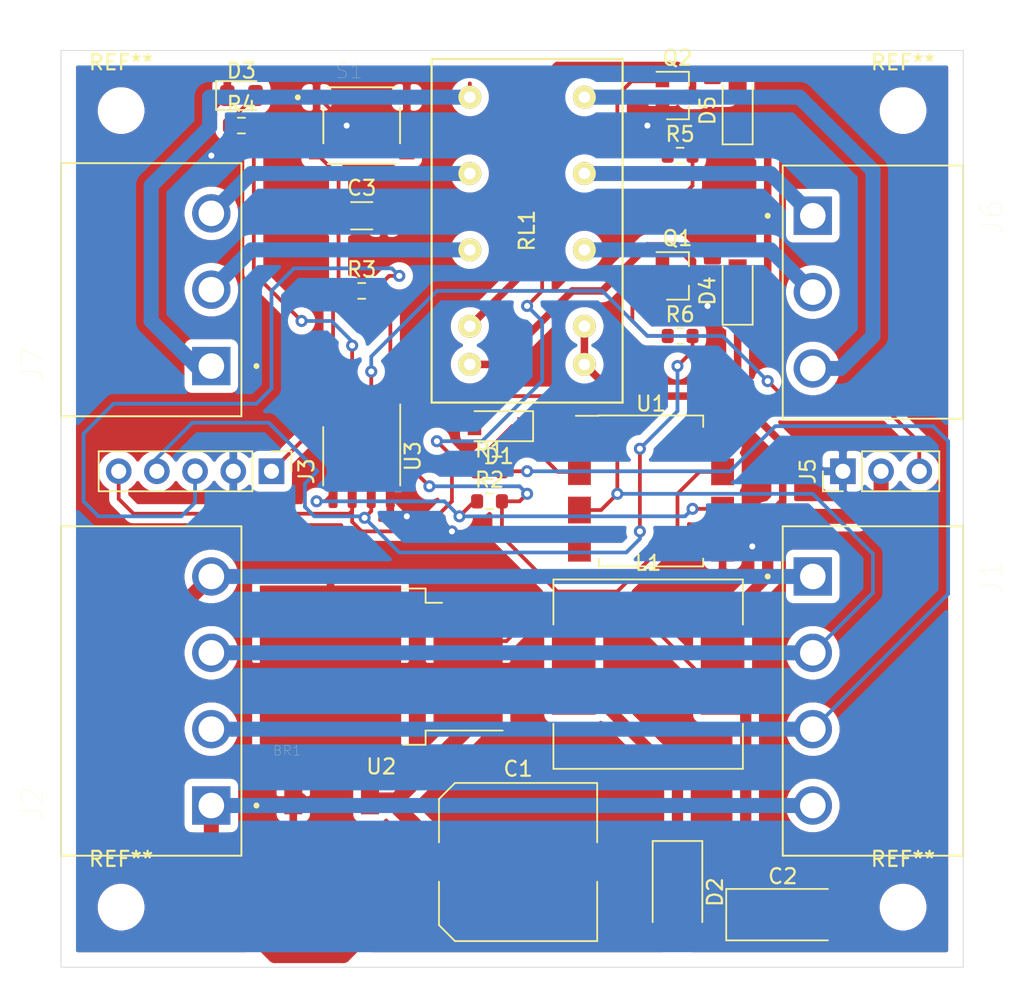
<source format=kicad_pcb>
(kicad_pcb (version 20171130) (host pcbnew 5.1.10-88a1d61d58~88~ubuntu20.10.1)
  (layers (0 F.Cu signal) (31 B.Cu signal) (34 B.Paste user) (35 F.Paste user) (36 B.SilkS user) (37 F.SilkS user) (38 B.Mask user) (39 F.Mask user) (44 Edge.Cuts user))
  (net 0 "")
  (net 1 GND)
  (net 2 "Net-(D3-Pad2)")
  (net 3 "Net-(D5-Pad2)")
  (net 4 "Net-(J5-Pad3)")
  (net 5 "Net-(R4-Pad2)")
  (net 6 "Net-(D4-Pad2)")
  (net 7 "Net-(D2-Pad1)")
  (net 8 "Net-(R2-Pad1)")
  (net 9 "Net-(BR1-Pad+)")
  (net 10 "Net-(D1-Pad1)")
  (net 11 "Net-(J6-Pad1)")
  (net 12 "Net-(J6-Pad2)")
  (net 13 "Net-(J6-Pad3)")
  (net 14 "Net-(Q1-Pad1)")
  (net 15 "Net-(Q2-Pad1)")
  (net 16 /Vdd)
  (net 17 /Vpp)
  (net 18 /Clk)
  (net 19 /Data)
  (net 20 /AC1)
  (net 21 /AC2)
  (net 22 /DCC1)
  (net 23 /DCC2)
  (net 24 "Net-(J7-Pad3)")
  (net 25 "Net-(J7-Pad2)")
  (net 26 "Net-(J7-Pad1)")
  (module Inductor_SMD:L_12x12mm_H8mm (layer F.Cu) (at 109.05 81.5)
    (fp_text reference L1 (at 0 -7.4) (layer F.SilkS))
    (fp_text value 33uH)
    (fp_line (start 6.3 3.3) (end 6.3 6.3) (layer F.SilkS) (width 0.12))
    (fp_line (start 6.3 6.3) (end -6.3 6.3) (layer F.SilkS) (width 0.12))
    (fp_line (start -6.3 6.3) (end -6.3 3.3) (layer F.SilkS) (width 0.12))
    (fp_line (start -6.3 -3.3) (end -6.3 -6.3) (layer F.SilkS) (width 0.12))
    (fp_line (start -6.3 -6.3) (end 6.3 -6.3) (layer F.SilkS) (width 0.12))
    (fp_line (start 6.3 -6.3) (end 6.3 -3.3) (layer F.SilkS) (width 0.12))
    (pad 2 smd rect (at 4.95 0) (size 2.9 5.4) (layers F.Cu F.Paste F.Mask) (net 16 /Vdd))
    (pad 1 smd rect (at -4.95 0) (size 2.9 5.4) (layers F.Cu F.Paste F.Mask) (net 7 "Net-(D2-Pad1)"))
  )
  (module MountingHole:MountingHole_2.1mm (layer F.Cu) (at 126 97)
    (fp_text reference REF** (at 0 -3.2) (layer F.SilkS))
    (fp_text value MountingHole_2.1mm)
    (pad "" np_thru_hole circle (at 0 0) (size 2.1 2.1) (drill 2.1) (layers *.Cu *.Mask))
  )
  (module MountingHole:MountingHole_2.1mm (layer F.Cu) (at 74 97)
    (fp_text reference REF** (at 0 -3.2) (layer F.SilkS))
    (fp_text value MountingHole_2.1mm)
    (pad "" np_thru_hole circle (at 0 0) (size 2.1 2.1) (drill 2.1) (layers *.Cu *.Mask))
  )
  (module MountingHole:MountingHole_2.1mm (layer F.Cu) (at 126 44)
    (fp_text reference REF** (at 0 -3.2) (layer F.SilkS))
    (fp_text value MountingHole_2.1mm)
    (pad "" np_thru_hole circle (at 0 0) (size 2.1 2.1) (drill 2.1) (layers *.Cu *.Mask))
  )
  (module MountingHole:MountingHole_2.1mm (layer F.Cu) (at 74 44)
    (fp_text reference REF** (at 0 -3.2) (layer F.SilkS))
    (fp_text value MountingHole_2.1mm)
    (pad "" np_thru_hole circle (at 0 0) (size 2.1 2.1) (drill 2.1) (layers *.Cu *.Mask))
  )
  (module TS-1187A-B-A-B:SW_TS-1187A-B-A-B (layer F.Cu) (at 90 45)
    (fp_text reference S1 (at -0.825 -3.635) (layer F.SilkS) (effects (font (thickness 0.015))))
    (fp_text value TS-1187A-B-A-B)
    (fp_line (start 2.25 2.55) (end -2.25 2.55) (layer F.SilkS) (width 0.127))
    (fp_line (start 2.25 -2.55) (end -2.25 -2.55) (layer F.SilkS) (width 0.127))
    (fp_circle (center -4.25 -1.875) (end -4.15 -1.875) (layer F.SilkS) (width 0.2))
    (fp_line (start -2.55 -1.18) (end -2.55 1.18) (layer F.SilkS) (width 0.127))
    (fp_line (start 2.55 1.18) (end 2.55 -1.18) (layer F.SilkS) (width 0.127))
    (pad D smd rect (at 3 1.875) (size 1 0.75) (layers F.Cu F.Paste F.Mask) (net 17 /Vpp))
    (pad C smd rect (at -3 1.875) (size 1 0.75) (layers F.Cu F.Paste F.Mask) (net 17 /Vpp))
    (pad B smd rect (at 3 -1.875) (size 1 0.75) (layers F.Cu F.Paste F.Mask) (net 1 GND))
    (pad A smd rect (at -3 -1.875) (size 1 0.75) (layers F.Cu F.Paste F.Mask) (net 1 GND))
  )
  (module TBP01R1-508-03BE:CUI_TBP01R1-508-03BE (layer F.Cu) (at 80 61 90)
    (fp_text reference J7 (at 0.105 -11.889 90) (layer F.SilkS) (effects (font (size 1.4 1.4) (thickness 0.015))))
    (fp_text value TBP01R1-508-03BE)
    (fp_line (start -3.34 2) (end -3.34 -10) (layer F.SilkS) (width 0.127))
    (fp_line (start 13.5 -10) (end 13.5 2) (layer F.SilkS) (width 0.127))
    (fp_line (start -3.34 -10) (end 13.5 -10) (layer F.SilkS) (width 0.127))
    (fp_line (start 13.5 2) (end -3.34 2) (layer F.SilkS) (width 0.127))
    (fp_circle (center 0 3) (end 0.1 3) (layer F.SilkS) (width 0.2))
    (pad 3 thru_hole circle (at 10.16 0 90) (size 2.55 2.55) (drill 1.7) (layers *.Cu *.Mask) (net 24 "Net-(J7-Pad3)"))
    (pad 2 thru_hole circle (at 5.08 0 90) (size 2.55 2.55) (drill 1.7) (layers *.Cu *.Mask) (net 25 "Net-(J7-Pad2)"))
    (pad 1 thru_hole rect (at 0 0 90) (size 2.55 2.55) (drill 1.7) (layers *.Cu *.Mask) (net 26 "Net-(J7-Pad1)"))
  )
  (module TBP01R1-508-03BE:CUI_TBP01R1-508-03BE (layer F.Cu) (at 120 51 270)
    (fp_text reference J6 (at 0.105 -11.889 90) (layer F.SilkS) (effects (font (size 1.4 1.4) (thickness 0.015))))
    (fp_text value TBP01R1-508-03BE)
    (fp_line (start -3.34 2) (end -3.34 -10) (layer F.SilkS) (width 0.127))
    (fp_line (start 13.5 -10) (end 13.5 2) (layer F.SilkS) (width 0.127))
    (fp_line (start -3.34 -10) (end 13.5 -10) (layer F.SilkS) (width 0.127))
    (fp_line (start 13.5 2) (end -3.34 2) (layer F.SilkS) (width 0.127))
    (fp_circle (center 0 3) (end 0.1 3) (layer F.SilkS) (width 0.2))
    (pad 3 thru_hole circle (at 10.16 0 270) (size 2.55 2.55) (drill 1.7) (layers *.Cu *.Mask) (net 13 "Net-(J6-Pad3)"))
    (pad 2 thru_hole circle (at 5.08 0 270) (size 2.55 2.55) (drill 1.7) (layers *.Cu *.Mask) (net 12 "Net-(J6-Pad2)"))
    (pad 1 thru_hole rect (at 0 0 270) (size 2.55 2.55) (drill 1.7) (layers *.Cu *.Mask) (net 11 "Net-(J6-Pad1)"))
  )
  (module TBP01R1-508-04BE:CUI_TBP01R1-508-04BE (layer F.Cu) (at 80 90.24 90)
    (fp_text reference J2 (at 0.105 -11.889 90) (layer F.SilkS) (effects (font (size 1.4 1.4) (thickness 0.015))))
    (fp_text value TBP01R1-508-04BE)
    (fp_line (start -3.34 2) (end -3.34 -10) (layer F.SilkS) (width 0.127))
    (fp_line (start 18.58 -10) (end 18.58 2) (layer F.SilkS) (width 0.127))
    (fp_line (start -3.34 -10) (end 18.58 -10) (layer F.SilkS) (width 0.127))
    (fp_line (start 18.58 2) (end -3.34 2) (layer F.SilkS) (width 0.127))
    (fp_circle (center 0 3) (end 0.1 3) (layer F.SilkS) (width 0.2))
    (pad 4 thru_hole circle (at 15.24 0 90) (size 2.55 2.55) (drill 1.7) (layers *.Cu *.Mask) (net 20 /AC1))
    (pad 3 thru_hole circle (at 10.16 0 90) (size 2.55 2.55) (drill 1.7) (layers *.Cu *.Mask) (net 22 /DCC1))
    (pad 2 thru_hole circle (at 5.08 0 90) (size 2.55 2.55) (drill 1.7) (layers *.Cu *.Mask) (net 23 /DCC2))
    (pad 1 thru_hole rect (at 0 0 90) (size 2.55 2.55) (drill 1.7) (layers *.Cu *.Mask) (net 21 /AC2))
  )
  (module TBP01R1-508-04BE:CUI_TBP01R1-508-04BE (layer F.Cu) (at 120 75 270)
    (fp_text reference J1 (at 0.105 -11.889 90) (layer F.SilkS) (effects (font (size 1.4 1.4) (thickness 0.015))))
    (fp_text value TBP01R1-508-04BE)
    (fp_line (start -3.34 2) (end -3.34 -10) (layer F.SilkS) (width 0.127))
    (fp_line (start 18.58 -10) (end 18.58 2) (layer F.SilkS) (width 0.127))
    (fp_line (start -3.34 -10) (end 18.58 -10) (layer F.SilkS) (width 0.127))
    (fp_line (start 18.58 2) (end -3.34 2) (layer F.SilkS) (width 0.127))
    (fp_circle (center 0 3) (end 0.1 3) (layer F.SilkS) (width 0.2))
    (pad 4 thru_hole circle (at 15.24 0 270) (size 2.55 2.55) (drill 1.7) (layers *.Cu *.Mask) (net 21 /AC2))
    (pad 3 thru_hole circle (at 10.16 0 270) (size 2.55 2.55) (drill 1.7) (layers *.Cu *.Mask) (net 23 /DCC2))
    (pad 2 thru_hole circle (at 5.08 0 270) (size 2.55 2.55) (drill 1.7) (layers *.Cu *.Mask) (net 22 /DCC1))
    (pad 1 thru_hole rect (at 0 0 270) (size 2.55 2.55) (drill 1.7) (layers *.Cu *.Mask) (net 20 /AC1))
  )
  (module DB107S:DIOB_DB107S (layer F.Cu) (at 88 94)
    (fp_text reference BR1 (at -2.96954 -7.41023) (layer F.SilkS) (effects (font (size 0.640331 0.640331) (thickness 0.015))))
    (fp_text value DB107S)
    (pad ~ smd rect (at 2.54959 4.12442) (size 1.2 1.9) (layers F.Cu F.Paste F.Mask) (net 20 /AC1))
    (pad ~. smd rect (at -2.55041 4.12442) (size 1.2 1.9) (layers F.Cu F.Paste F.Mask) (net 21 /AC2))
    (pad + smd rect (at 2.54959 -4.12558) (size 1.2 1.9) (layers F.Cu F.Paste F.Mask) (net 9 "Net-(BR1-Pad+)"))
    (pad - smd rect (at -2.55041 -4.12558) (size 1.2 1.9) (layers F.Cu F.Paste F.Mask) (net 1 GND))
  )
  (module Package_SO:SOIC-8-1EP_3.9x4.9mm_P1.27mm_EP2.514x3.2mm (layer F.Cu) (at 90 67 270)
    (fp_text reference U3 (at 0 -3.4 90) (layer F.SilkS))
    (fp_text value PIC16F18313-I/SN)
    (fp_line (start 0 2.56) (end 1.95 2.56) (layer F.SilkS) (width 0.12))
    (fp_line (start 0 2.56) (end -1.95 2.56) (layer F.SilkS) (width 0.12))
    (fp_line (start 0 -2.56) (end 1.95 -2.56) (layer F.SilkS) (width 0.12))
    (fp_line (start 0 -2.56) (end -3.45 -2.56) (layer F.SilkS) (width 0.12))
    (pad 9 smd rect (at 0 0 270) (size 2.514 3.2) (layers F.Cu F.Mask))
    (pad 8 smd roundrect (at 2.6375 -1.905 270) (size 1.625 0.6) (layers F.Cu F.Paste F.Mask) (net 1 GND))
    (pad 7 smd roundrect (at 2.6375 -0.635 270) (size 1.625 0.6) (layers F.Cu F.Paste F.Mask) (net 19 /Data))
    (pad 6 smd roundrect (at 2.6375 0.635 270) (size 1.625 0.6) (layers F.Cu F.Paste F.Mask) (net 18 /Clk))
    (pad 5 smd roundrect (at 2.6375 1.905 270) (size 1.625 0.6) (layers F.Cu F.Paste F.Mask) (net 8 "Net-(R2-Pad1)"))
    (pad 4 smd roundrect (at -2.6375 1.905 270) (size 1.625 0.6) (layers F.Cu F.Paste F.Mask) (net 17 /Vpp))
    (pad 3 smd roundrect (at -2.6375 0.635 270) (size 1.625 0.6) (layers F.Cu F.Paste F.Mask) (net 5 "Net-(R4-Pad2)"))
    (pad 2 smd roundrect (at -2.6375 -0.635 270) (size 1.625 0.6) (layers F.Cu F.Paste F.Mask) (net 4 "Net-(J5-Pad3)"))
    (pad 1 smd roundrect (at -2.6375 -1.905 270) (size 1.625 0.6) (layers F.Cu F.Paste F.Mask) (net 16 /Vdd))
  )
  (module Connector_PinHeader_2.54mm:PinHeader_1x05_P2.54mm_Vertical (layer F.Cu) (at 84 68 270)
    (fp_text reference J3 (at 0 -2.33 90) (layer F.SilkS))
    (fp_text value Conn_01x05_Male)
    (fp_line (start -1.33 -1.33) (end 0 -1.33) (layer F.SilkS) (width 0.12))
    (fp_line (start -1.33 0) (end -1.33 -1.33) (layer F.SilkS) (width 0.12))
    (fp_line (start -1.33 1.27) (end 1.33 1.27) (layer F.SilkS) (width 0.12))
    (fp_line (start 1.33 1.27) (end 1.33 11.49) (layer F.SilkS) (width 0.12))
    (fp_line (start -1.33 1.27) (end -1.33 11.49) (layer F.SilkS) (width 0.12))
    (fp_line (start -1.33 11.49) (end 1.33 11.49) (layer F.SilkS) (width 0.12))
    (pad 5 thru_hole oval (at 0 10.16 270) (size 1.7 1.7) (drill 1) (layers *.Cu *.Mask) (net 18 /Clk))
    (pad 4 thru_hole oval (at 0 7.62 270) (size 1.7 1.7) (drill 1) (layers *.Cu *.Mask) (net 19 /Data))
    (pad 3 thru_hole oval (at 0 5.08 270) (size 1.7 1.7) (drill 1) (layers *.Cu *.Mask) (net 16 /Vdd))
    (pad 2 thru_hole oval (at 0 2.54 270) (size 1.7 1.7) (drill 1) (layers *.Cu *.Mask) (net 1 GND))
    (pad 1 thru_hole rect (at 0 0 270) (size 1.7 1.7) (drill 1) (layers *.Cu *.Mask) (net 17 /Vpp))
  )
  (module Capacitor_SMD:C_1206_3216Metric (layer F.Cu) (at 90 51)
    (fp_text reference C3 (at 0 -1.85) (layer F.SilkS))
    (fp_text value 100nF)
    (fp_line (start -0.711252 0.91) (end 0.711252 0.91) (layer F.SilkS) (width 0.12))
    (fp_line (start -0.711252 -0.91) (end 0.711252 -0.91) (layer F.SilkS) (width 0.12))
    (pad 2 smd roundrect (at 1.475 0) (size 1.15 1.8) (layers F.Cu F.Paste F.Mask) (roundrect_rratio 0.2173904347826087) (net 1 GND))
    (pad 1 smd roundrect (at -1.475 0) (size 1.15 1.8) (layers F.Cu F.Paste F.Mask) (roundrect_rratio 0.2173904347826087) (net 17 /Vpp))
  )
  (module Capacitor_Tantalum_SMD:CP_EIA-6032-28_Kemet-C (layer F.Cu) (at 118 97.5)
    (fp_text reference C2 (at 0 -2.55) (layer F.SilkS))
    (fp_text value 47uF)
    (fp_line (start -3.76 1.71) (end 3 1.71) (layer F.SilkS) (width 0.12))
    (fp_line (start -3.76 -1.71) (end -3.76 1.71) (layer F.SilkS) (width 0.12))
    (fp_line (start 3 -1.71) (end -3.76 -1.71) (layer F.SilkS) (width 0.12))
    (pad 2 smd roundrect (at 2.4625 0) (size 2.075 2.35) (layers F.Cu F.Paste F.Mask) (roundrect_rratio 0.1204819277108434) (net 1 GND))
    (pad 1 smd roundrect (at -2.4625 0) (size 2.075 2.35) (layers F.Cu F.Paste F.Mask) (roundrect_rratio 0.1204819277108434) (net 16 /Vdd))
  )
  (module Capacitor_SMD:C_Elec_10x10.2 (layer F.Cu) (at 100.4 94)
    (fp_text reference C1 (at 0 -6.2) (layer F.SilkS))
    (fp_text value "470uF 35V")
    (fp_line (start -5.26 4.195563) (end -4.195563 5.26) (layer F.SilkS) (width 0.12))
    (fp_line (start -5.26 -4.195563) (end -4.195563 -5.26) (layer F.SilkS) (width 0.12))
    (fp_line (start -5.26 -4.195563) (end -5.26 -1.31) (layer F.SilkS) (width 0.12))
    (fp_line (start -5.26 4.195563) (end -5.26 1.31) (layer F.SilkS) (width 0.12))
    (fp_line (start -4.195563 5.26) (end 5.26 5.26) (layer F.SilkS) (width 0.12))
    (fp_line (start -4.195563 -5.26) (end 5.26 -5.26) (layer F.SilkS) (width 0.12))
    (fp_line (start 5.26 -5.26) (end 5.26 -1.31) (layer F.SilkS) (width 0.12))
    (fp_line (start 5.26 5.26) (end 5.26 1.31) (layer F.SilkS) (width 0.12))
    (pad 2 smd roundrect (at 4.4 0) (size 4.6 2.1) (layers F.Cu F.Paste F.Mask) (roundrect_rratio 0.119047619047619) (net 1 GND))
    (pad 1 smd roundrect (at -4.4 0) (size 4.6 2.1) (layers F.Cu F.Paste F.Mask) (roundrect_rratio 0.119047619047619) (net 9 "Net-(BR1-Pad+)"))
  )
  (module HFD2-L2:HFD2-L2 (layer F.Cu) (at 101 52 90)
    (fp_text reference RL1 (at 0.01 -0.01 90) (layer F.SilkS))
    (fp_text value HFD2-L2)
    (fp_line (start -11.43 6.35) (end -11.43 -6.35) (layer F.SilkS) (width 0.15))
    (fp_line (start 11.43 6.35) (end -11.43 6.35) (layer F.SilkS) (width 0.15))
    (fp_line (start 11.43 -6.35) (end 11.43 6.35) (layer F.SilkS) (width 0.15))
    (fp_line (start -11.43 -6.35) (end 11.43 -6.35) (layer F.SilkS) (width 0.15))
    (pad 1 thru_hole circle (at -8.89 3.81 90) (size 1.524 1.524) (drill 0.762) (layers *.Cu *.Mask F.SilkS) (net 16 /Vdd))
    (pad 2 thru_hole circle (at -6.35 3.81 90) (size 1.524 1.524) (drill 0.762) (layers *.Cu *.Mask F.SilkS) (net 16 /Vdd))
    (pad 4 thru_hole circle (at -1.27 3.81 90) (size 1.524 1.524) (drill 0.762) (layers *.Cu *.Mask F.SilkS) (net 12 "Net-(J6-Pad2)"))
    (pad 6 thru_hole circle (at 3.81 3.81 90) (size 1.524 1.524) (drill 0.762) (layers *.Cu *.Mask F.SilkS) (net 11 "Net-(J6-Pad1)"))
    (pad 8 thru_hole circle (at 8.89 3.81 90) (size 1.524 1.524) (drill 0.762) (layers *.Cu *.Mask F.SilkS) (net 13 "Net-(J6-Pad3)"))
    (pad 9 thru_hole circle (at 8.89 -3.81 90) (size 1.524 1.524) (drill 0.762) (layers *.Cu *.Mask F.SilkS) (net 26 "Net-(J7-Pad1)"))
    (pad 11 thru_hole circle (at 3.81 -3.81 90) (size 1.524 1.524) (drill 0.762) (layers *.Cu *.Mask F.SilkS) (net 24 "Net-(J7-Pad3)"))
    (pad 13 thru_hole circle (at -1.27 -3.81 90) (size 1.524 1.524) (drill 0.762) (layers *.Cu *.Mask F.SilkS) (net 25 "Net-(J7-Pad2)"))
    (pad 15 thru_hole circle (at -6.35 -3.81 90) (size 1.524 1.524) (drill 0.762) (layers *.Cu *.Mask F.SilkS) (net 3 "Net-(D5-Pad2)"))
    (pad 16 thru_hole circle (at -8.89 -3.81 90) (size 1.524 1.524) (drill 0.762) (layers *.Cu *.Mask F.SilkS) (net 6 "Net-(D4-Pad2)"))
  )
  (module Diode_SMD:D_SMA (layer F.Cu) (at 111 96 270)
    (fp_text reference D2 (at 0 -2.5 90) (layer F.SilkS))
    (fp_text value D_Schottky)
    (fp_line (start -3.4 -1.65) (end 2 -1.65) (layer F.SilkS) (width 0.12))
    (fp_line (start -3.4 1.65) (end 2 1.65) (layer F.SilkS) (width 0.12))
    (fp_line (start -3.4 -1.65) (end -3.4 1.65) (layer F.SilkS) (width 0.12))
    (pad 2 smd rect (at 2 0 270) (size 2.5 1.8) (layers F.Cu F.Paste F.Mask) (net 1 GND))
    (pad 1 smd rect (at -2 0 270) (size 2.5 1.8) (layers F.Cu F.Paste F.Mask) (net 7 "Net-(D2-Pad1)"))
  )
  (module Package_TO_SOT_SMD:SOT-23 (layer F.Cu) (at 111 43)
    (fp_text reference Q2 (at 0 -2.5) (layer F.SilkS))
    (fp_text value BC847)
    (fp_line (start 0.76 1.58) (end -0.7 1.58) (layer F.SilkS) (width 0.12))
    (fp_line (start 0.76 -1.58) (end -1.4 -1.58) (layer F.SilkS) (width 0.12))
    (fp_line (start 0.76 -1.58) (end 0.76 -0.65) (layer F.SilkS) (width 0.12))
    (fp_line (start 0.76 1.58) (end 0.76 0.65) (layer F.SilkS) (width 0.12))
    (pad 3 smd rect (at 1 0) (size 0.9 0.8) (layers F.Cu F.Paste F.Mask) (net 3 "Net-(D5-Pad2)"))
    (pad 2 smd rect (at -1 0.95) (size 0.9 0.8) (layers F.Cu F.Paste F.Mask) (net 1 GND))
    (pad 1 smd rect (at -1 -0.95) (size 0.9 0.8) (layers F.Cu F.Paste F.Mask) (net 15 "Net-(Q2-Pad1)"))
  )
  (module Package_TO_SOT_SMD:SOT-23 (layer F.Cu) (at 111 55)
    (fp_text reference Q1 (at 0 -2.5) (layer F.SilkS))
    (fp_text value BC847)
    (fp_line (start 0.76 1.58) (end -0.7 1.58) (layer F.SilkS) (width 0.12))
    (fp_line (start 0.76 -1.58) (end -1.4 -1.58) (layer F.SilkS) (width 0.12))
    (fp_line (start 0.76 -1.58) (end 0.76 -0.65) (layer F.SilkS) (width 0.12))
    (fp_line (start 0.76 1.58) (end 0.76 0.65) (layer F.SilkS) (width 0.12))
    (pad 3 smd rect (at 1 0) (size 0.9 0.8) (layers F.Cu F.Paste F.Mask) (net 6 "Net-(D4-Pad2)"))
    (pad 2 smd rect (at -1 0.95) (size 0.9 0.8) (layers F.Cu F.Paste F.Mask) (net 1 GND))
    (pad 1 smd rect (at -1 -0.95) (size 0.9 0.8) (layers F.Cu F.Paste F.Mask) (net 14 "Net-(Q1-Pad1)"))
  )
  (module LED_SMD:LED_0805_2012Metric (layer F.Cu) (at 82 43)
    (fp_text reference D3 (at 0 -1.65) (layer F.SilkS))
    (fp_text value LED)
    (fp_line (start -1.685 0.96) (end 1 0.96) (layer F.SilkS) (width 0.12))
    (fp_line (start -1.685 -0.96) (end -1.685 0.96) (layer F.SilkS) (width 0.12))
    (fp_line (start 1 -0.96) (end -1.685 -0.96) (layer F.SilkS) (width 0.12))
    (pad 2 smd roundrect (at 0.9375 0) (size 0.975 1.4) (layers F.Cu F.Paste F.Mask) (net 2 "Net-(D3-Pad2)"))
    (pad 1 smd roundrect (at -0.9375 0) (size 0.975 1.4) (layers F.Cu F.Paste F.Mask) (net 1 GND))
  )
  (module Resistor_SMD:R_0603_1608Metric (layer F.Cu) (at 111.175 59)
    (fp_text reference R6 (at 0 -1.43) (layer F.SilkS))
    (fp_text value 1K)
    (fp_line (start -0.237258 0.5225) (end 0.237258 0.5225) (layer F.SilkS) (width 0.12))
    (fp_line (start -0.237258 -0.5225) (end 0.237258 -0.5225) (layer F.SilkS) (width 0.12))
    (pad 2 smd roundrect (at 0.825 0) (size 0.8 0.95) (layers F.Cu F.Paste F.Mask) (net 19 /Data))
    (pad 1 smd roundrect (at -0.825 0) (size 0.8 0.95) (layers F.Cu F.Paste F.Mask) (net 14 "Net-(Q1-Pad1)"))
  )
  (module Resistor_SMD:R_0603_1608Metric (layer F.Cu) (at 111.175 47)
    (fp_text reference R5 (at 0 -1.43) (layer F.SilkS))
    (fp_text value 1K)
    (fp_line (start -0.237258 0.5225) (end 0.237258 0.5225) (layer F.SilkS) (width 0.12))
    (fp_line (start -0.237258 -0.5225) (end 0.237258 -0.5225) (layer F.SilkS) (width 0.12))
    (pad 2 smd roundrect (at 0.825 0) (size 0.8 0.95) (layers F.Cu F.Paste F.Mask) (net 18 /Clk))
    (pad 1 smd roundrect (at -0.825 0) (size 0.8 0.95) (layers F.Cu F.Paste F.Mask) (net 15 "Net-(Q2-Pad1)"))
  )
  (module Resistor_SMD:R_0603_1608Metric (layer F.Cu) (at 82 45)
    (fp_text reference R4 (at 0 -1.43) (layer F.SilkS))
    (fp_text value 560)
    (fp_line (start -0.237258 0.5225) (end 0.237258 0.5225) (layer F.SilkS) (width 0.12))
    (fp_line (start -0.237258 -0.5225) (end 0.237258 -0.5225) (layer F.SilkS) (width 0.12))
    (pad 2 smd roundrect (at 0.825 0) (size 0.8 0.95) (layers F.Cu F.Paste F.Mask) (net 5 "Net-(R4-Pad2)"))
    (pad 1 smd roundrect (at -0.825 0) (size 0.8 0.95) (layers F.Cu F.Paste F.Mask) (net 2 "Net-(D3-Pad2)"))
  )
  (module Resistor_SMD:R_0603_1608Metric (layer F.Cu) (at 90 56)
    (fp_text reference R3 (at 0 -1.43) (layer F.SilkS))
    (fp_text value 22K)
    (fp_line (start -0.237258 0.5225) (end 0.237258 0.5225) (layer F.SilkS) (width 0.12))
    (fp_line (start -0.237258 -0.5225) (end 0.237258 -0.5225) (layer F.SilkS) (width 0.12))
    (pad 2 smd roundrect (at 0.825 0) (size 0.8 0.95) (layers F.Cu F.Paste F.Mask) (net 16 /Vdd))
    (pad 1 smd roundrect (at -0.825 0) (size 0.8 0.95) (layers F.Cu F.Paste F.Mask) (net 17 /Vpp))
  )
  (module Resistor_SMD:R_0603_1608Metric (layer F.Cu) (at 98.5 70)
    (fp_text reference R2 (at 0 -1.43) (layer F.SilkS))
    (fp_text value 1K)
    (fp_line (start -0.237258 0.5225) (end 0.237258 0.5225) (layer F.SilkS) (width 0.12))
    (fp_line (start -0.237258 -0.5225) (end 0.237258 -0.5225) (layer F.SilkS) (width 0.12))
    (pad 2 smd roundrect (at 0.825 0) (size 0.8 0.95) (layers F.Cu F.Paste F.Mask) (net 16 /Vdd))
    (pad 1 smd roundrect (at -0.825 0) (size 0.8 0.95) (layers F.Cu F.Paste F.Mask) (net 8 "Net-(R2-Pad1)"))
  )
  (module Resistor_SMD:R_0603_1608Metric (layer F.Cu) (at 98.5 68)
    (fp_text reference R1 (at 0 -1.43) (layer F.SilkS))
    (fp_text value 1K)
    (fp_line (start -0.237258 0.5225) (end 0.237258 0.5225) (layer F.SilkS) (width 0.12))
    (fp_line (start -0.237258 -0.5225) (end 0.237258 -0.5225) (layer F.SilkS) (width 0.12))
    (pad 2 smd roundrect (at 0.825 0) (size 0.8 0.95) (layers F.Cu F.Paste F.Mask) (net 23 /DCC2))
    (pad 1 smd roundrect (at -0.825 0) (size 0.8 0.95) (layers F.Cu F.Paste F.Mask) (net 10 "Net-(D1-Pad1)"))
  )
  (module Diode_SMD:D_SOD-123 (layer F.Cu) (at 115 44 90)
    (fp_text reference D5 (at 0 -2 90) (layer F.SilkS))
    (fp_text value 1N4148)
    (fp_line (start -2.25 -1) (end 1.65 -1) (layer F.SilkS) (width 0.12))
    (fp_line (start -2.25 1) (end 1.65 1) (layer F.SilkS) (width 0.12))
    (fp_line (start -2.25 -1) (end -2.25 1) (layer F.SilkS) (width 0.12))
    (pad 2 smd rect (at 1.65 0 90) (size 0.9 1.2) (layers F.Cu F.Paste F.Mask) (net 3 "Net-(D5-Pad2)"))
    (pad 1 smd rect (at -1.65 0 90) (size 0.9 1.2) (layers F.Cu F.Paste F.Mask) (net 16 /Vdd))
  )
  (module Diode_SMD:D_SOD-123 (layer F.Cu) (at 115 56 90)
    (fp_text reference D4 (at 0 -2 90) (layer F.SilkS))
    (fp_text value 1N4148)
    (fp_line (start -2.25 -1) (end 1.65 -1) (layer F.SilkS) (width 0.12))
    (fp_line (start -2.25 1) (end 1.65 1) (layer F.SilkS) (width 0.12))
    (fp_line (start -2.25 -1) (end -2.25 1) (layer F.SilkS) (width 0.12))
    (pad 2 smd rect (at 1.65 0 90) (size 0.9 1.2) (layers F.Cu F.Paste F.Mask) (net 6 "Net-(D4-Pad2)"))
    (pad 1 smd rect (at -1.65 0 90) (size 0.9 1.2) (layers F.Cu F.Paste F.Mask) (net 16 /Vdd))
  )
  (module Diode_SMD:D_SOD-123 (layer F.Cu) (at 99.15 65 180)
    (fp_text reference D1 (at 0 -2) (layer F.SilkS))
    (fp_text value 1N4148)
    (fp_line (start -2.25 -1) (end 1.65 -1) (layer F.SilkS) (width 0.12))
    (fp_line (start -2.25 1) (end 1.65 1) (layer F.SilkS) (width 0.12))
    (fp_line (start -2.25 -1) (end -2.25 1) (layer F.SilkS) (width 0.12))
    (pad 2 smd rect (at 1.65 0 180) (size 0.9 1.2) (layers F.Cu F.Paste F.Mask) (net 22 /DCC1))
    (pad 1 smd rect (at -1.65 0 180) (size 0.9 1.2) (layers F.Cu F.Paste F.Mask) (net 10 "Net-(D1-Pad1)"))
  )
  (module Package_TO_SOT_SMD:TO-263-5_TabPin3 (layer F.Cu) (at 91.3 81 180)
    (fp_text reference U2 (at 0 -6.65) (layer F.SilkS))
    (fp_text value LM2596S-5)
    (fp_line (start -2.95 4.25) (end -4.05 4.25) (layer F.SilkS) (width 0.12))
    (fp_line (start -2.95 5.2) (end -2.95 4.25) (layer F.SilkS) (width 0.12))
    (fp_line (start -1.45 5.2) (end -2.95 5.2) (layer F.SilkS) (width 0.12))
    (fp_line (start -2.95 -4.25) (end -8.075 -4.25) (layer F.SilkS) (width 0.12))
    (fp_line (start -2.95 -5.2) (end -2.95 -4.25) (layer F.SilkS) (width 0.12))
    (fp_line (start -1.45 -5.2) (end -2.95 -5.2) (layer F.SilkS) (width 0.12))
    (pad 3 smd rect (at 3.375 0 180) (size 9.4 10.8) (layers F.Cu F.Mask) (net 1 GND))
    (pad 5 smd rect (at -5.775 3.4 180) (size 4.6 1.1) (layers F.Cu F.Paste F.Mask) (net 1 GND))
    (pad 4 smd rect (at -5.775 1.7 180) (size 4.6 1.1) (layers F.Cu F.Paste F.Mask) (net 16 /Vdd))
    (pad 3 smd rect (at -5.775 0 180) (size 4.6 1.1) (layers F.Cu F.Paste F.Mask) (net 1 GND))
    (pad 2 smd rect (at -5.775 -1.7 180) (size 4.6 1.1) (layers F.Cu F.Paste F.Mask) (net 7 "Net-(D2-Pad1)"))
    (pad 1 smd rect (at -5.775 -3.4 180) (size 4.6 1.1) (layers F.Cu F.Paste F.Mask) (net 9 "Net-(BR1-Pad+)"))
  )
  (module Package_SO:SSO-8_6.7x9.8mm_P2.54mm_Clearance8mm (layer F.Cu) (at 109.24 69.31)
    (fp_text reference U1 (at 0 -5.805) (layer F.SilkS))
    (fp_text value 6N137)
    (fp_line (start -3.5 -5) (end -5 -5) (layer F.SilkS) (width 0.12))
    (fp_line (start -3.5 -5.02) (end -3.5 -5) (layer F.SilkS) (width 0.12))
    (fp_line (start 3.47 -5.02) (end -3.5 -5.02) (layer F.SilkS) (width 0.12))
    (fp_line (start 3.47 -4.26) (end 3.47 -5.02) (layer F.SilkS) (width 0.12))
    (fp_line (start 3.47 5.02) (end 3.47 4.5) (layer F.SilkS) (width 0.12))
    (fp_line (start -3.47 5.02) (end 3.47 5.02) (layer F.SilkS) (width 0.12))
    (fp_line (start -3.47 4.5) (end -3.47 5.02) (layer F.SilkS) (width 0.12))
    (pad 8 smd rect (at 4.76 -3.81) (size 1.52 1.78) (layers F.Cu F.Paste F.Mask) (net 16 /Vdd))
    (pad 7 smd rect (at 4.76 -1.27) (size 1.52 1.78) (layers F.Cu F.Paste F.Mask) (net 16 /Vdd))
    (pad 6 smd rect (at 4.76 1.27) (size 1.52 1.78) (layers F.Cu F.Paste F.Mask) (net 8 "Net-(R2-Pad1)"))
    (pad 5 smd rect (at 4.76 3.81) (size 1.52 1.78) (layers F.Cu F.Paste F.Mask) (net 1 GND))
    (pad 4 smd rect (at -4.76 3.81) (size 1.52 1.78) (layers F.Cu F.Paste F.Mask))
    (pad 3 smd rect (at -4.76 1.27) (size 1.52 1.78) (layers F.Cu F.Paste F.Mask) (net 22 /DCC1))
    (pad 2 smd rect (at -4.76 -1.27) (size 1.52 1.75) (layers F.Cu F.Paste F.Mask) (net 10 "Net-(D1-Pad1)"))
    (pad 1 smd rect (at -4.76 -3.81) (size 1.52 1.78) (layers F.Cu F.Paste F.Mask))
  )
  (module Connector_PinHeader_2.54mm:PinHeader_1x03_P2.54mm_Vertical (layer F.Cu) (at 122 68 90)
    (fp_text reference J5 (at 0 -2.33 90) (layer F.SilkS))
    (fp_text value Servo)
    (fp_line (start -1.33 6.41) (end 1.33 6.41) (layer F.SilkS) (width 0.12))
    (fp_line (start -1.33 1.27) (end -1.33 6.41) (layer F.SilkS) (width 0.12))
    (fp_line (start 1.33 1.27) (end 1.33 6.41) (layer F.SilkS) (width 0.12))
    (fp_line (start -1.33 1.27) (end 1.33 1.27) (layer F.SilkS) (width 0.12))
    (fp_line (start -1.33 0) (end -1.33 -1.33) (layer F.SilkS) (width 0.12))
    (fp_line (start -1.33 -1.33) (end 0 -1.33) (layer F.SilkS) (width 0.12))
    (pad 1 thru_hole rect (at 0 0 90) (size 1.7 1.7) (drill 1) (layers *.Cu *.Mask) (net 1 GND))
    (pad 2 thru_hole oval (at 0 2.54 90) (size 1.7 1.7) (drill 1) (layers *.Cu *.Mask) (net 16 /Vdd))
    (pad 3 thru_hole oval (at 0 5.08 90) (size 1.7 1.7) (drill 1) (layers *.Cu *.Mask) (net 4 "Net-(J5-Pad3)"))
  )
  (gr_line (start 70 40) (end 70 101) (layer Edge.Cuts) (width 0.05))
  (gr_line (start 130 40) (end 70 40) (layer Edge.Cuts) (width 0.05))
  (gr_line (start 130 101) (end 130 40) (layer Edge.Cuts) (width 0.05))
  (gr_line (start 70 101) (end 130 101) (layer Edge.Cuts) (width 0.05))
  (segment (start 87 43.125) (end 93 43.125) (width 0.5) (layer F.Cu) (net 1))
  (segment (start 85.44959 84.17541) (end 88.625 81) (width 1) (layer F.Cu) (net 1))
  (segment (start 92.025 77.6) (end 88.625 81) (width 1) (layer F.Cu) (net 1))
  (segment (start 85.44959 89.87442) (end 85.87442 89.87442) (width 1) (layer F.Cu) (net 1))
  (segment (start 115 80.05) (end 114.76 79.81) (width 1) (layer F.Cu) (net 16))
  (segment (start 93 43.125) (end 93.125 43.125) (width 1) (layer F.Cu) (net 1))
  (segment (start 93 43.125) (end 94.125 43.125) (width 0.25) (layer F.Cu) (net 1))
  (segment (start 94.125 43.125) (end 95 44) (width 0.25) (layer F.Cu) (net 1))
  (segment (start 95 47.5375) (end 91.5375 51) (width 0.25) (layer F.Cu) (net 1))
  (segment (start 95 44) (end 95 47.5375) (width 0.25) (layer F.Cu) (net 1))
  (segment (start 87 43.125) (end 87.125 43.125) (width 0.25) (layer F.Cu) (net 1))
  (via (at 89 45) (size 0.8) (drill 0.4) (layers F.Cu B.Cu) (net 1))
  (segment (start 87.125 43.125) (end 89 45) (width 0.25) (layer F.Cu) (net 1))
  (segment (start 81.0625 43) (end 79 45.0625) (width 0.25) (layer F.Cu) (net 1))
  (segment (start 79 45.0625) (end 79 46) (width 0.25) (layer F.Cu) (net 1))
  (via (at 80 47) (size 0.8) (drill 0.4) (layers F.Cu B.Cu) (net 1))
  (segment (start 110 43.95) (end 110 44) (width 0.25) (layer F.Cu) (net 1))
  (via (at 109 45) (size 0.8) (drill 0.4) (layers F.Cu B.Cu) (net 1))
  (segment (start 110 44) (end 109 45) (width 0.25) (layer F.Cu) (net 1))
  (segment (start 110 55.95) (end 111.95 55.95) (width 0.25) (layer F.Cu) (net 1))
  (via (at 113 57) (size 0.8) (drill 0.4) (layers F.Cu B.Cu) (net 1))
  (segment (start 111.95 55.95) (end 113 57) (width 0.25) (layer F.Cu) (net 1))
  (segment (start 114.76 79.81) (end 114.76 80.24) (width 0.25) (layer F.Cu) (net 16))
  (segment (start 91.905 69.475) (end 93 70.57) (width 0.25) (layer F.Cu) (net 1))
  (segment (start 93 70.57) (end 93 71) (width 0.25) (layer F.Cu) (net 1))
  (segment (start 79 46) (end 80 47) (width 0.25) (layer F.Cu) (net 1))
  (via (at 115.975 73) (size 0.8) (drill 0.4) (layers F.Cu B.Cu) (net 1))
  (segment (start 115.855 73.12) (end 115.975 73) (width 0.25) (layer F.Cu) (net 1))
  (segment (start 114 73.12) (end 115.855 73.12) (width 0.25) (layer F.Cu) (net 1))
  (segment (start 91.905 69.6375) (end 93 70.7325) (width 0.25) (layer F.Cu) (net 1))
  (via (at 93 71) (size 0.8) (drill 0.4) (layers F.Cu B.Cu) (net 1))
  (segment (start 93 70.7325) (end 93 71) (width 0.25) (layer F.Cu) (net 1))
  (segment (start 93 71) (end 95 71) (width 0.25) (layer B.Cu) (net 1))
  (segment (start 95 71) (end 96 72) (width 0.25) (layer B.Cu) (net 1))
  (via (at 96 72) (size 0.8) (drill 0.4) (layers F.Cu B.Cu) (net 1))
  (segment (start 96 72) (end 95.29289 71.29289) (width 0.25) (layer B.Cu) (net 1))
  (segment (start 81.175 44.7625) (end 82.9375 43) (width 0.25) (layer F.Cu) (net 2))
  (segment (start 81.175 45) (end 81.175 44.7625) (width 0.25) (layer F.Cu) (net 2))
  (segment (start 114.35 43) (end 115 42.35) (width 0.5) (layer F.Cu) (net 3))
  (segment (start 112 43) (end 114.35 43) (width 0.5) (layer F.Cu) (net 3))
  (segment (start 101 54.54) (end 97.19 58.35) (width 0.5) (layer F.Cu) (net 3))
  (segment (start 101 43) (end 101 54.54) (width 0.5) (layer F.Cu) (net 3))
  (segment (start 103 41) (end 101 43) (width 0.5) (layer F.Cu) (net 3))
  (segment (start 112 42) (end 111 41) (width 0.5) (layer F.Cu) (net 3))
  (segment (start 111 41) (end 103 41) (width 0.5) (layer F.Cu) (net 3))
  (segment (start 112 43) (end 112 42) (width 0.5) (layer F.Cu) (net 3))
  (segment (start 127.08 68) (end 127.08 66.08) (width 0.25) (layer F.Cu) (net 4))
  (segment (start 127.08 66.08) (end 126 65) (width 0.25) (layer F.Cu) (net 4))
  (segment (start 126 65) (end 125 64) (width 0.25) (layer F.Cu) (net 4))
  (segment (start 125 64) (end 118 64) (width 0.25) (layer F.Cu) (net 4))
  (segment (start 118 64) (end 118 63) (width 0.25) (layer F.Cu) (net 4))
  (via (at 117 62) (size 0.8) (drill 0.4) (layers F.Cu B.Cu) (net 4))
  (segment (start 118 63) (end 117 62) (width 0.25) (layer F.Cu) (net 4))
  (segment (start 117 62) (end 114 59) (width 0.25) (layer B.Cu) (net 4))
  (segment (start 114 59) (end 109 59) (width 0.25) (layer B.Cu) (net 4))
  (segment (start 109 59) (end 106 56) (width 0.25) (layer B.Cu) (net 4))
  (segment (start 90.635 64.525) (end 90.635 61.365) (width 0.25) (layer F.Cu) (net 4))
  (via (at 90.635 61.365) (size 0.8) (drill 0.4) (layers F.Cu B.Cu) (net 4))
  (segment (start 90.635 61.365) (end 90.635 60.365) (width 0.25) (layer B.Cu) (net 4))
  (segment (start 90.635 60.365) (end 95 56) (width 0.25) (layer B.Cu) (net 4))
  (segment (start 95 56) (end 106 56) (width 0.25) (layer B.Cu) (net 4))
  (segment (start 89.365 64.525) (end 89.365 59.635) (width 0.25) (layer F.Cu) (net 5))
  (via (at 89.365 59.635) (size 0.8) (drill 0.4) (layers F.Cu B.Cu) (net 5))
  (segment (start 82.825 45) (end 82.825 54.825) (width 0.25) (layer F.Cu) (net 5))
  (via (at 86 58) (size 0.8) (drill 0.4) (layers F.Cu B.Cu) (net 5))
  (segment (start 82.825 54.825) (end 86 58) (width 0.25) (layer F.Cu) (net 5))
  (segment (start 89.365 59.365) (end 89.365 59.635) (width 0.25) (layer B.Cu) (net 5))
  (segment (start 88 58) (end 89.365 59.365) (width 0.25) (layer B.Cu) (net 5))
  (segment (start 86 58) (end 88 58) (width 0.25) (layer B.Cu) (net 5))
  (segment (start 112 54) (end 112 55) (width 0.5) (layer F.Cu) (net 6))
  (segment (start 111 53) (end 112 54) (width 0.5) (layer F.Cu) (net 6))
  (segment (start 109 53) (end 111 53) (width 0.5) (layer F.Cu) (net 6))
  (segment (start 106 56) (end 109 53) (width 0.5) (layer F.Cu) (net 6))
  (segment (start 104 56) (end 106 56) (width 0.5) (layer F.Cu) (net 6))
  (segment (start 99.11 60.89) (end 104 56) (width 0.5) (layer F.Cu) (net 6))
  (segment (start 97.19 60.89) (end 99.11 60.89) (width 0.5) (layer F.Cu) (net 6))
  (segment (start 114.35 55) (end 115 54.35) (width 0.5) (layer F.Cu) (net 6))
  (segment (start 112 55) (end 114.35 55) (width 0.5) (layer F.Cu) (net 6))
  (segment (start 102.9 82.7) (end 104.1 81.5) (width 0.75) (layer F.Cu) (net 7))
  (segment (start 97.075 82.7) (end 102.9 82.7) (width 0.75) (layer F.Cu) (net 7))
  (segment (start 111 88.4) (end 104.1 81.5) (width 0.75) (layer F.Cu) (net 7))
  (segment (start 111 94) (end 111 88.4) (width 0.75) (layer F.Cu) (net 7))
  (via (at 87 70) (size 0.8) (drill 0.4) (layers F.Cu B.Cu) (net 8))
  (segment (start 87.57 70) (end 88.095 69.475) (width 0.25) (layer F.Cu) (net 8))
  (segment (start 87 70) (end 87.57 70) (width 0.25) (layer F.Cu) (net 8))
  (segment (start 97.675 70) (end 97.5 70) (width 0.25) (layer F.Cu) (net 8))
  (segment (start 87 70) (end 95.5 70) (width 0.25) (layer B.Cu) (net 8))
  (via (at 96.5 71) (size 0.8) (drill 0.4) (layers F.Cu B.Cu) (net 8))
  (segment (start 95.5 70) (end 96.5 71) (width 0.25) (layer B.Cu) (net 8))
  (segment (start 97.5 70) (end 96.5 71) (width 0.25) (layer F.Cu) (net 8))
  (segment (start 96.5 71) (end 111.5 71) (width 0.25) (layer B.Cu) (net 8))
  (via (at 112 70.5) (size 0.8) (drill 0.4) (layers F.Cu B.Cu) (net 8))
  (segment (start 111.5 71) (end 112 70.5) (width 0.25) (layer B.Cu) (net 8))
  (segment (start 113.92 70.5) (end 114 70.58) (width 0.25) (layer F.Cu) (net 8))
  (segment (start 112 70.5) (end 113.92 70.5) (width 0.25) (layer F.Cu) (net 8))
  (segment (start 92.30058 89.87442) (end 90.54959 89.87442) (width 1) (layer F.Cu) (net 9))
  (segment (start 97.775 84.4) (end 92.30058 89.87442) (width 1) (layer F.Cu) (net 9))
  (segment (start 91.87442 89.87442) (end 96 94) (width 1) (layer F.Cu) (net 9))
  (segment (start 90.54959 89.87442) (end 91.87442 89.87442) (width 1) (layer F.Cu) (net 9))
  (segment (start 97.675 68) (end 97.675 67.325) (width 0.25) (layer F.Cu) (net 10))
  (segment (start 100 65) (end 100.8 65) (width 0.25) (layer F.Cu) (net 10))
  (segment (start 97.675 67.325) (end 100 65) (width 0.25) (layer F.Cu) (net 10))
  (segment (start 100.8 65) (end 100.8 65.8) (width 0.25) (layer F.Cu) (net 10))
  (segment (start 103.04 68.04) (end 104.48 68.04) (width 0.25) (layer F.Cu) (net 10))
  (segment (start 100.8 65.8) (end 103.04 68.04) (width 0.25) (layer F.Cu) (net 10))
  (segment (start 119 50) (end 120 51) (width 0.25) (layer F.Cu) (net 11))
  (segment (start 117.19 48.19) (end 120 51) (width 1) (layer B.Cu) (net 11))
  (segment (start 104.81 48.19) (end 117.19 48.19) (width 1) (layer B.Cu) (net 11))
  (segment (start 117.19 53.27) (end 120 56.08) (width 1) (layer B.Cu) (net 12))
  (segment (start 104.81 53.27) (end 117.19 53.27) (width 1) (layer B.Cu) (net 12))
  (segment (start 124 48) (end 119.11 43.11) (width 1) (layer B.Cu) (net 13))
  (segment (start 124 59) (end 124 48) (width 1) (layer B.Cu) (net 13))
  (segment (start 119.11 43.11) (end 104.81 43.11) (width 1) (layer B.Cu) (net 13))
  (segment (start 121.84 61.16) (end 124 59) (width 1) (layer B.Cu) (net 13))
  (segment (start 120 61.16) (end 121.84 61.16) (width 1) (layer B.Cu) (net 13))
  (segment (start 110 54.05) (end 108 56.05) (width 0.25) (layer F.Cu) (net 14))
  (segment (start 108 56.05) (end 108 58) (width 0.25) (layer F.Cu) (net 14))
  (segment (start 109 59) (end 110.35 59) (width 0.25) (layer F.Cu) (net 14))
  (segment (start 108 58) (end 109 59) (width 0.25) (layer F.Cu) (net 14))
  (segment (start 110 42.05) (end 107.95 42.05) (width 0.25) (layer F.Cu) (net 15))
  (segment (start 107.95 42.05) (end 107 43) (width 0.25) (layer F.Cu) (net 15))
  (segment (start 107 43) (end 107 45) (width 0.25) (layer F.Cu) (net 15))
  (segment (start 109 47) (end 110.35 47) (width 0.25) (layer F.Cu) (net 15))
  (segment (start 107 45) (end 109 47) (width 0.25) (layer F.Cu) (net 15))
  (segment (start 91.905 57.08) (end 90.825 56) (width 0.25) (layer F.Cu) (net 16))
  (segment (start 91.905 64.525) (end 91.905 57.08) (width 0.25) (layer F.Cu) (net 16))
  (segment (start 118 66.175) (end 115.825 64) (width 0.5) (layer F.Cu) (net 16))
  (segment (start 118 70) (end 118 66.175) (width 0.5) (layer F.Cu) (net 16))
  (segment (start 117 71) (end 118 70) (width 0.5) (layer F.Cu) (net 16))
  (segment (start 115 57.65) (end 115 62) (width 0.5) (layer F.Cu) (net 16))
  (segment (start 115.825 62.825) (end 115.825 64) (width 0.5) (layer F.Cu) (net 16))
  (segment (start 115 62) (end 115.825 62.825) (width 0.5) (layer F.Cu) (net 16))
  (segment (start 115 45.65) (end 115.65 45.65) (width 0.5) (layer F.Cu) (net 16))
  (segment (start 115.65 45.65) (end 117 47) (width 0.5) (layer F.Cu) (net 16))
  (segment (start 117 47) (end 117 56) (width 0.5) (layer F.Cu) (net 16))
  (segment (start 115 57.65) (end 115.35 57.65) (width 0.5) (layer F.Cu) (net 16))
  (segment (start 115.35 57.65) (end 117 56) (width 0.5) (layer F.Cu) (net 16))
  (segment (start 104.81 60.89) (end 104.81 58.35) (width 0.5) (layer F.Cu) (net 16))
  (segment (start 104.81 60.89) (end 106.92 63) (width 0.5) (layer F.Cu) (net 16))
  (segment (start 106.92 63) (end 112 63) (width 0.5) (layer F.Cu) (net 16))
  (segment (start 113 62) (end 115 62) (width 0.5) (layer F.Cu) (net 16))
  (segment (start 112 63) (end 113 62) (width 0.5) (layer F.Cu) (net 16))
  (segment (start 124.54 69.46) (end 124.54 68) (width 1) (layer F.Cu) (net 16))
  (segment (start 123 71) (end 124.54 69.46) (width 1) (layer F.Cu) (net 16))
  (segment (start 117 71) (end 123 71) (width 1) (layer F.Cu) (net 16))
  (segment (start 115.5375 83.0375) (end 114 81.5) (width 0.75) (layer F.Cu) (net 16))
  (segment (start 115.5375 97.5) (end 115.5375 83.0375) (width 0.75) (layer F.Cu) (net 16))
  (segment (start 114 81.5) (end 114 78) (width 0.75) (layer F.Cu) (net 16))
  (segment (start 117 75) (end 117 71) (width 0.75) (layer F.Cu) (net 16))
  (segment (start 114 78) (end 117 75) (width 0.75) (layer F.Cu) (net 16))
  (segment (start 99.325 70) (end 99.325 72.325) (width 0.25) (layer F.Cu) (net 16))
  (segment (start 99.325 72.325) (end 103 76) (width 0.25) (layer F.Cu) (net 16))
  (segment (start 103 76) (end 107 76) (width 0.25) (layer F.Cu) (net 16))
  (segment (start 107 76) (end 111 72) (width 0.25) (layer F.Cu) (net 16))
  (segment (start 111 72) (end 111 69.5) (width 0.25) (layer F.Cu) (net 16))
  (segment (start 112.46 68.04) (end 114 68.04) (width 0.25) (layer F.Cu) (net 16))
  (segment (start 111 69.5) (end 112.46 68.04) (width 0.25) (layer F.Cu) (net 16))
  (segment (start 114 81.5) (end 112.5 81.5) (width 0.25) (layer F.Cu) (net 16))
  (segment (start 112.5 81.5) (end 107 76) (width 0.25) (layer F.Cu) (net 16))
  (segment (start 91.905 64.3625) (end 92.3625 64.3625) (width 0.25) (layer F.Cu) (net 16))
  (segment (start 92.3625 64.3625) (end 93.5 65.5) (width 0.25) (layer F.Cu) (net 16))
  (segment (start 93.5 65.5) (end 93.5 68) (width 0.25) (layer F.Cu) (net 16))
  (via (at 94.5 69) (size 0.8) (drill 0.4) (layers F.Cu B.Cu) (net 16))
  (segment (start 93.5 68) (end 94.5 69) (width 0.25) (layer F.Cu) (net 16))
  (segment (start 94.5 69) (end 100.5 69) (width 0.25) (layer B.Cu) (net 16))
  (segment (start 100.5 69) (end 101 69.5) (width 0.25) (layer B.Cu) (net 16))
  (via (at 101 69.5) (size 0.8) (drill 0.4) (layers F.Cu B.Cu) (net 16))
  (segment (start 100.5 70) (end 101 69.5) (width 0.25) (layer F.Cu) (net 16))
  (segment (start 99.325 70) (end 100.5 70) (width 0.25) (layer F.Cu) (net 16))
  (segment (start 78.92 68) (end 78.92 70.08) (width 0.25) (layer B.Cu) (net 16))
  (segment (start 78.92 70.08) (end 78 71) (width 0.25) (layer B.Cu) (net 16))
  (segment (start 78 71) (end 72.5 71) (width 0.25) (layer B.Cu) (net 16))
  (segment (start 72.5 71) (end 71.5 70) (width 0.25) (layer B.Cu) (net 16))
  (segment (start 71.5 70) (end 71.5 65.5) (width 0.25) (layer B.Cu) (net 16))
  (segment (start 71.5 65.5) (end 73.5 63.5) (width 0.25) (layer B.Cu) (net 16))
  (segment (start 73.5 63.5) (end 83 63.5) (width 0.25) (layer B.Cu) (net 16))
  (segment (start 83 63.5) (end 84 62.5) (width 0.25) (layer B.Cu) (net 16))
  (segment (start 84 56) (end 85.5 54.5) (width 0.25) (layer B.Cu) (net 16))
  (segment (start 84 62.5) (end 84 56) (width 0.25) (layer B.Cu) (net 16))
  (segment (start 85.5 54.5) (end 92 54.5) (width 0.25) (layer B.Cu) (net 16))
  (via (at 92.5 55) (size 0.8) (drill 0.4) (layers F.Cu B.Cu) (net 16))
  (segment (start 92 54.5) (end 92.5 55) (width 0.25) (layer B.Cu) (net 16))
  (segment (start 91.825 55) (end 90.825 56) (width 0.25) (layer F.Cu) (net 16))
  (segment (start 92.5 55) (end 91.825 55) (width 0.25) (layer F.Cu) (net 16))
  (segment (start 99.625 79.3) (end 100.925 78) (width 0.25) (layer F.Cu) (net 16))
  (segment (start 97.075 79.3) (end 99.625 79.3) (width 0.25) (layer F.Cu) (net 16))
  (segment (start 101 78) (end 103 76) (width 0.25) (layer F.Cu) (net 16))
  (segment (start 100.925 78) (end 101 78) (width 0.25) (layer F.Cu) (net 16))
  (segment (start 114.325 65.5) (end 115.825 64) (width 0.25) (layer F.Cu) (net 16))
  (segment (start 114 65.5) (end 114.325 65.5) (width 0.25) (layer F.Cu) (net 16))
  (segment (start 88.4625 52.4625) (end 88.4625 51) (width 0.25) (layer F.Cu) (net 17))
  (segment (start 88.4625 48.3375) (end 87 46.875) (width 0.25) (layer F.Cu) (net 17))
  (segment (start 88.4625 51) (end 88.4625 48.3375) (width 0.25) (layer F.Cu) (net 17))
  (segment (start 87 46.875) (end 93 46.875) (width 0.25) (layer F.Cu) (net 17))
  (segment (start 88.4625 55.2875) (end 89.175 56) (width 0.25) (layer F.Cu) (net 17))
  (segment (start 88.4625 51) (end 88.4625 55.2875) (width 0.25) (layer F.Cu) (net 17))
  (segment (start 88.095 64.525) (end 88.095 56.905) (width 0.25) (layer F.Cu) (net 17))
  (segment (start 89 56) (end 89.175 56) (width 0.25) (layer F.Cu) (net 17))
  (segment (start 88.095 56.905) (end 89 56) (width 0.25) (layer F.Cu) (net 17))
  (segment (start 87.475 64.525) (end 84 68) (width 0.25) (layer F.Cu) (net 17))
  (segment (start 88.095 64.525) (end 87.475 64.525) (width 0.25) (layer F.Cu) (net 17))
  (segment (start 112 47) (end 112 49) (width 0.25) (layer F.Cu) (net 18))
  (segment (start 112 49) (end 110 51) (width 0.25) (layer F.Cu) (net 18))
  (segment (start 110 51) (end 105.397238 51) (width 0.25) (layer F.Cu) (net 18))
  (segment (start 105.397238 51) (end 104 51) (width 0.25) (layer F.Cu) (net 18))
  (segment (start 104 51) (end 102 53) (width 0.25) (layer F.Cu) (net 18))
  (segment (start 89.365 71.365) (end 90 72) (width 0.25) (layer F.Cu) (net 18))
  (segment (start 90 72) (end 94 72) (width 0.25) (layer F.Cu) (net 18))
  (segment (start 94 72) (end 96 70) (width 0.25) (layer F.Cu) (net 18))
  (segment (start 96 70) (end 96 67) (width 0.25) (layer F.Cu) (net 18))
  (segment (start 96 67) (end 95 66) (width 0.25) (layer F.Cu) (net 18))
  (via (at 95 66) (size 0.8) (drill 0.4) (layers F.Cu B.Cu) (net 18))
  (segment (start 95 66) (end 98 66) (width 0.25) (layer B.Cu) (net 18))
  (segment (start 98 66) (end 102 62) (width 0.25) (layer B.Cu) (net 18))
  (segment (start 102 53) (end 102 56) (width 0.25) (layer F.Cu) (net 18))
  (via (at 101 57) (size 0.8) (drill 0.4) (layers F.Cu B.Cu) (net 18))
  (segment (start 102 56) (end 101 57) (width 0.25) (layer F.Cu) (net 18))
  (segment (start 101 57) (end 102 58) (width 0.25) (layer B.Cu) (net 18))
  (segment (start 102 58) (end 102 62) (width 0.25) (layer B.Cu) (net 18))
  (segment (start 73.84 68) (end 73.84 69.84) (width 0.25) (layer F.Cu) (net 18))
  (segment (start 89.17499 70.82501) (end 89.365 70.635) (width 0.25) (layer F.Cu) (net 18))
  (segment (start 74.82501 70.82501) (end 89.17499 70.82501) (width 0.25) (layer F.Cu) (net 18))
  (segment (start 73.84 69.84) (end 74.82501 70.82501) (width 0.25) (layer F.Cu) (net 18))
  (segment (start 89.365 70.635) (end 89.365 71.365) (width 0.25) (layer F.Cu) (net 18))
  (segment (start 89.365 69.475) (end 89.365 70.635) (width 0.25) (layer F.Cu) (net 18))
  (segment (start 112 59) (end 112 60) (width 0.25) (layer F.Cu) (net 19))
  (via (at 111 61) (size 0.8) (drill 0.4) (layers F.Cu B.Cu) (net 19))
  (segment (start 112 60) (end 111 61) (width 0.25) (layer F.Cu) (net 19))
  (segment (start 76.38 67.49) (end 76.38 68) (width 0.25) (layer B.Cu) (net 19))
  (segment (start 76.2 67.31) (end 76.38 67.49) (width 0.25) (layer B.Cu) (net 19))
  (segment (start 78.74 64.77) (end 76.2 67.31) (width 0.25) (layer B.Cu) (net 19))
  (segment (start 83.82 64.77) (end 78.74 64.77) (width 0.25) (layer B.Cu) (net 19))
  (segment (start 87 67.95) (end 83.82 64.77) (width 0.25) (layer B.Cu) (net 19))
  (segment (start 87 68) (end 87 67.95) (width 0.25) (layer B.Cu) (net 19))
  (segment (start 90.635 69.6375) (end 90.635 70.655) (width 0.25) (layer F.Cu) (net 19))
  (via (at 90.193008 71.096992) (size 0.8) (drill 0.4) (layers F.Cu B.Cu) (net 19))
  (segment (start 90.635 70.655) (end 90.193008 71.096992) (width 0.25) (layer F.Cu) (net 19))
  (segment (start 87.05 68) (end 87 68) (width 0.25) (layer B.Cu) (net 19))
  (segment (start 90.096016 71) (end 90.193008 71.096992) (width 0.25) (layer B.Cu) (net 19))
  (segment (start 86.852998 71) (end 90.096016 71) (width 0.25) (layer B.Cu) (net 19))
  (segment (start 86.224999 70.372001) (end 86.852998 71) (width 0.25) (layer B.Cu) (net 19))
  (segment (start 86.224999 68.825001) (end 86.224999 70.372001) (width 0.25) (layer B.Cu) (net 19))
  (segment (start 87.05 68) (end 86.224999 68.825001) (width 0.25) (layer B.Cu) (net 19))
  (segment (start 90.193008 71.096992) (end 92.5 73.403984) (width 0.25) (layer B.Cu) (net 19))
  (segment (start 92.5 73.403984) (end 107.596016 73.403984) (width 0.25) (layer B.Cu) (net 19))
  (via (at 108.5 72) (size 0.8) (drill 0.4) (layers F.Cu B.Cu) (net 19))
  (segment (start 108.5 72.5) (end 108.5 72) (width 0.25) (layer B.Cu) (net 19))
  (segment (start 107.596016 73.403984) (end 108.5 72.5) (width 0.25) (layer B.Cu) (net 19))
  (segment (start 108.5 72) (end 108.5 66.5) (width 0.25) (layer F.Cu) (net 19))
  (via (at 108.5 66.5) (size 0.8) (drill 0.4) (layers F.Cu B.Cu) (net 19))
  (segment (start 111 64) (end 108.5 66.5) (width 0.25) (layer B.Cu) (net 19))
  (segment (start 111 61) (end 111 64) (width 0.25) (layer B.Cu) (net 19))
  (segment (start 80 75) (end 120 75) (width 1) (layer B.Cu) (net 20))
  (segment (start 88.77501 100.22499) (end 90.54959 98.45041) (width 1) (layer F.Cu) (net 20))
  (segment (start 84.22499 100.22499) (end 88.77501 100.22499) (width 1) (layer F.Cu) (net 20))
  (segment (start 90.54959 98.45041) (end 90.54959 98.12442) (width 1) (layer F.Cu) (net 20))
  (segment (start 76 92) (end 84.22499 100.22499) (width 1) (layer F.Cu) (net 20))
  (segment (start 76 79) (end 76 92) (width 1) (layer F.Cu) (net 20))
  (segment (start 80 75) (end 76 79) (width 1) (layer F.Cu) (net 20))
  (segment (start 80 90.24) (end 80 91) (width 0.5) (layer F.Cu) (net 21))
  (segment (start 80 90.24) (end 120 90.24) (width 1) (layer B.Cu) (net 21))
  (segment (start 80 92.67483) (end 85.44959 98.12442) (width 1) (layer F.Cu) (net 21))
  (segment (start 80 90.24) (end 80 92.67483) (width 1) (layer F.Cu) (net 21))
  (segment (start 80 80.08) (end 120 80.08) (width 1) (layer B.Cu) (net 22))
  (segment (start 120 80.08) (end 124 76.08) (width 0.25) (layer B.Cu) (net 22))
  (segment (start 124 76.08) (end 124 73.5) (width 0.25) (layer B.Cu) (net 22))
  (segment (start 124 73.5) (end 120 69.5) (width 0.25) (layer B.Cu) (net 22))
  (segment (start 120 69.5) (end 107 69.5) (width 0.25) (layer B.Cu) (net 22))
  (via (at 107 69.5) (size 0.8) (drill 0.4) (layers F.Cu B.Cu) (net 22))
  (segment (start 105.92 70.58) (end 107 69.5) (width 0.25) (layer F.Cu) (net 22))
  (segment (start 104.48 70.58) (end 105.92 70.58) (width 0.25) (layer F.Cu) (net 22))
  (segment (start 107 69.5) (end 107 64.5) (width 0.25) (layer F.Cu) (net 22))
  (segment (start 107 64.5) (end 105.5 63) (width 0.25) (layer F.Cu) (net 22))
  (segment (start 99.5 63) (end 97.5 65) (width 0.25) (layer F.Cu) (net 22))
  (segment (start 105.5 63) (end 99.5 63) (width 0.25) (layer F.Cu) (net 22))
  (segment (start 80 85.16) (end 120 85.16) (width 1) (layer B.Cu) (net 23))
  (segment (start 99.325 68) (end 101 68) (width 0.25) (layer F.Cu) (net 23))
  (via (at 101 68) (size 0.8) (drill 0.4) (layers F.Cu B.Cu) (net 23))
  (segment (start 129 76.16) (end 120 85.16) (width 0.25) (layer B.Cu) (net 23))
  (segment (start 128 65) (end 129 66) (width 0.25) (layer B.Cu) (net 23))
  (segment (start 129 66) (end 129 76.16) (width 0.25) (layer B.Cu) (net 23))
  (segment (start 117.5 65) (end 128 65) (width 0.25) (layer B.Cu) (net 23))
  (segment (start 114.5 68) (end 117.5 65) (width 0.25) (layer B.Cu) (net 23))
  (segment (start 101 68) (end 114.5 68) (width 0.25) (layer B.Cu) (net 23))
  (segment (start 82.65 48.19) (end 80 50.84) (width 1) (layer B.Cu) (net 24))
  (segment (start 97.19 48.19) (end 82.65 48.19) (width 1) (layer B.Cu) (net 24))
  (segment (start 82.65 53.27) (end 80 55.92) (width 1) (layer B.Cu) (net 25))
  (segment (start 97.19 53.27) (end 82.65 53.27) (width 1) (layer B.Cu) (net 25))
  (segment (start 97.19 42.19) (end 97.19 43.11) (width 0.25) (layer F.Cu) (net 26))
  (segment (start 79.89 43.11) (end 97.19 43.11) (width 1) (layer B.Cu) (net 26))
  (segment (start 79 61) (end 76 58) (width 1) (layer B.Cu) (net 26))
  (segment (start 80 61) (end 79 61) (width 1) (layer B.Cu) (net 26))
  (segment (start 79.89 43.11) (end 79.89 45.11) (width 1) (layer B.Cu) (net 26))
  (segment (start 79.89 45.11) (end 76 49) (width 1) (layer B.Cu) (net 26))
  (segment (start 76 49) (end 76 58) (width 1) (layer B.Cu) (net 26))
  (zone (net 1) (net_name GND) (layer F.Cu) (connect_pads (clearance 0.508)) (min_thickness 0.254) (fill yes (arc_segments 32) (thermal_gap 0.508) (thermal_bridge_width 0.508))
    (polygon (pts (xy 129 100) (xy 71 100) (xy 71 41) (xy 129 41)))
  )
  (zone (net 1) (net_name GND) (layer B.Cu) (connect_pads (clearance 0.508)) (min_thickness 0.254) (fill yes (arc_segments 32) (thermal_gap 0.508) (thermal_bridge_width 0.508))
    (polygon (pts (xy 129 100) (xy 71 100) (xy 71 41) (xy 129 41)))
  )
)
</source>
